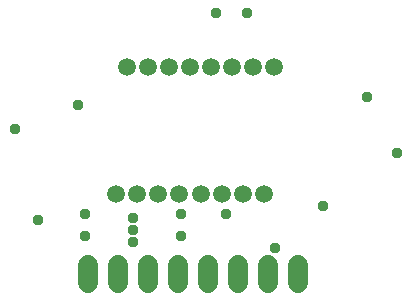
<source format=gbr>
G04 EAGLE Gerber RS-274X export*
G75*
%MOMM*%
%FSLAX34Y34*%
%LPD*%
%INSoldermask Bottom*%
%IPPOS*%
%AMOC8*
5,1,8,0,0,1.08239X$1,22.5*%
G01*
G04 Define Apertures*
%ADD10C,1.727200*%
%ADD11C,1.503200*%
%ADD12C,0.959600*%
D10*
X221700Y126982D02*
X221700Y111742D01*
X196300Y111742D02*
X196300Y126982D01*
X170900Y126982D02*
X170900Y111742D01*
X145500Y111742D02*
X145500Y126982D01*
X120100Y126982D02*
X120100Y111742D01*
X94700Y111742D02*
X94700Y126982D01*
X69300Y126982D02*
X69300Y111742D01*
X43900Y111742D02*
X43900Y126982D01*
D11*
X201450Y294000D03*
X183650Y294000D03*
X165850Y294000D03*
X148050Y294000D03*
X130250Y294000D03*
X112450Y294000D03*
X94650Y294000D03*
X76850Y294000D03*
X67950Y187000D03*
X85750Y187000D03*
X103550Y187000D03*
X121350Y187000D03*
X139150Y187000D03*
X156950Y187000D03*
X174750Y187000D03*
X192550Y187000D03*
D12*
X82250Y166500D03*
X41100Y169900D03*
X122500Y169900D03*
X160900Y169900D03*
X35600Y262200D03*
X305100Y221500D03*
X82250Y146224D03*
X41100Y151200D03*
X122500Y151200D03*
X202300Y141400D03*
X1500Y165000D03*
X242600Y177000D03*
X152400Y339900D03*
X178200Y340100D03*
X279700Y269300D03*
X82250Y156362D03*
X-17500Y242200D03*
M02*

</source>
